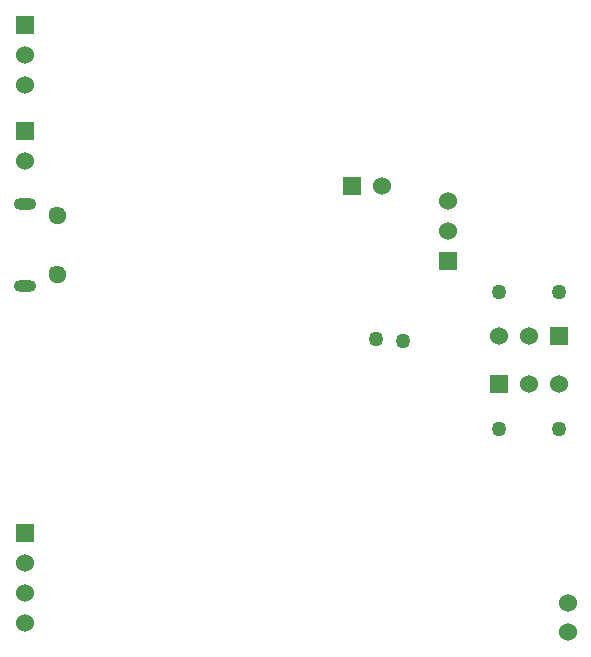
<source format=gbs>
G04*
G04 #@! TF.GenerationSoftware,Altium Limited,Altium Designer,22.4.2 (48)*
G04*
G04 Layer_Color=16711935*
%FSLAX44Y44*%
%MOMM*%
G71*
G04*
G04 #@! TF.SameCoordinates,FFC21B23-D813-4AC5-8D0E-201BBD69237A*
G04*
G04*
G04 #@! TF.FilePolarity,Negative*
G04*
G01*
G75*
%ADD62C,1.2700*%
%ADD66R,1.5240X1.5240*%
%ADD67C,1.5240*%
%ADD68R,1.5240X1.5240*%
%ADD69O,1.9050X0.9910*%
%ADD70C,1.4500*%
G36*
X54587Y347985D02*
X54338Y349875D01*
X53608Y351636D01*
X52448Y353148D01*
X50936Y354308D01*
X49175Y355038D01*
X47285Y355286D01*
X45395Y355038D01*
X43634Y354308D01*
X42122Y353148D01*
X40962Y351636D01*
X40232Y349875D01*
X39983Y347985D01*
D01*
X40232Y346095D01*
X40962Y344334D01*
X42122Y342822D01*
X43634Y341662D01*
X45395Y340932D01*
X47285Y340684D01*
X49175Y340932D01*
X50936Y341662D01*
X52448Y342822D01*
X53608Y344334D01*
X54338Y346095D01*
X54587Y347985D01*
D01*
D02*
G37*
G36*
Y397985D02*
X54338Y399875D01*
X53608Y401636D01*
X52448Y403148D01*
X50936Y404308D01*
X49175Y405038D01*
X47285Y405286D01*
X45395Y405038D01*
X43634Y404308D01*
X42122Y403148D01*
X40962Y401636D01*
X40232Y399875D01*
X39983Y397985D01*
D01*
X40232Y396095D01*
X40962Y394334D01*
X42122Y392822D01*
X43634Y391662D01*
X45395Y390932D01*
X47285Y390684D01*
X49175Y390932D01*
X50936Y391662D01*
X52448Y392822D01*
X53608Y394334D01*
X54338Y396095D01*
X54587Y397985D01*
D01*
D02*
G37*
D62*
X472240Y332831D02*
D03*
X420925D02*
D03*
X317000Y293000D02*
D03*
X340000Y292000D02*
D03*
X420950Y216960D02*
D03*
X472258D02*
D03*
D66*
X20254Y469492D02*
D03*
Y559402D02*
D03*
Y129492D02*
D03*
X378000Y359600D02*
D03*
D67*
X20254Y444092D02*
D03*
X447099Y295795D02*
D03*
X421699D02*
D03*
X322400Y423000D02*
D03*
X20254Y534002D02*
D03*
Y508602D02*
D03*
Y104092D02*
D03*
Y78692D02*
D03*
Y53292D02*
D03*
X378000Y410400D02*
D03*
Y385000D02*
D03*
X472499Y255155D02*
D03*
X447099D02*
D03*
X480000Y70000D02*
D03*
Y45000D02*
D03*
D68*
X472499Y295795D02*
D03*
X297000Y423000D02*
D03*
X421699Y255155D02*
D03*
D69*
X20285Y407985D02*
D03*
Y337985D02*
D03*
D70*
X47285Y347985D02*
D03*
Y397985D02*
D03*
M02*

</source>
